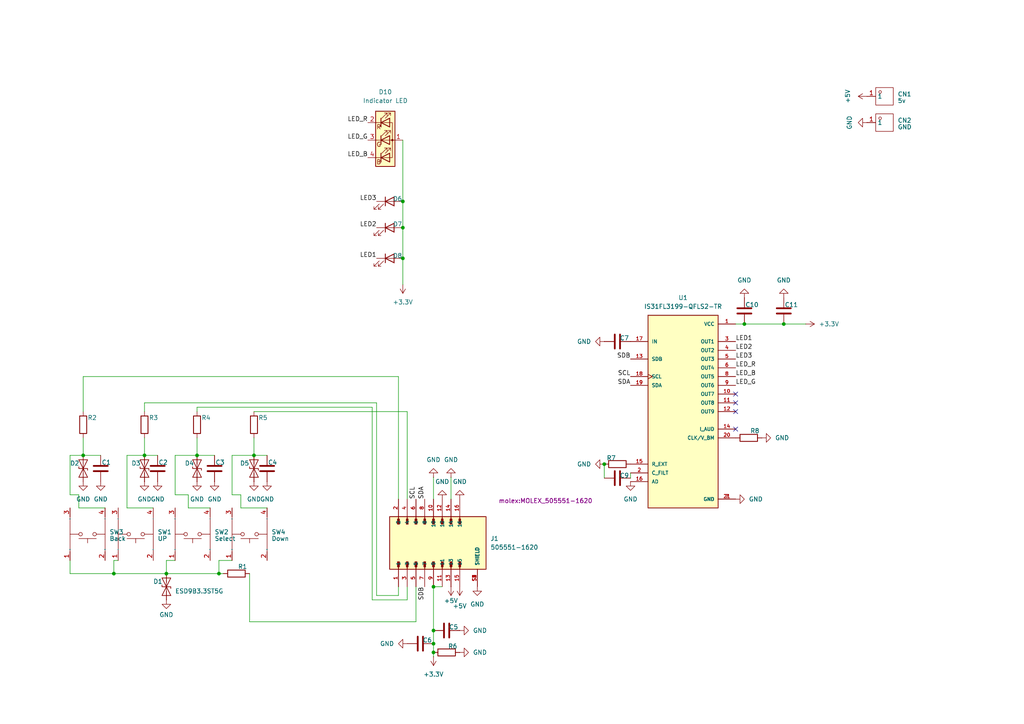
<source format=kicad_sch>
(kicad_sch (version 20231120) (generator "eeschema") (generator_version "8.0")
  (paper "A4")
  (lib_symbols
    (symbol "505551-1620:505551-1620" (pin_names (offset 1.016))
      (property "Reference" "J" (at -7.62 13.462 0))
      (property "Value" "505551-1620" (at -7.62 -17.78 0))
      (symbol "505551-1620_0_0"
        (rectangle (start -7.62 -15.24) (end 7.62 12.7) (stroke (width 0.254)) (fill (type background)))
        (rectangle (start -6.985 -7.9375) (end -5.3975 -7.3025) (stroke (width 0.1)) (fill (type outline)))
        (rectangle (start -6.985 -5.3975) (end -5.3975 -4.7625) (stroke (width 0.1)) (fill (type outline)))
        (rectangle (start -6.985 -2.8575) (end -5.3975 -2.2225) (stroke (width 0.1)) (fill (type outline)))
        (rectangle (start -6.985 -0.3175) (end -5.3975 0.3175) (stroke (width 0.1)) (fill (type outline)))
        (rectangle (start -6.985 2.2225) (end -5.3975 2.8575) (stroke (width 0.1)) (fill (type outline)))
        (rectangle (start -6.985 4.7625) (end -5.3975 5.3975) (stroke (width 0.1)) (fill (type outline)))
        (rectangle (start -6.985 7.3025) (end -5.3975 7.9375) (stroke (width 0.1)) (fill (type outline)))
        (rectangle (start -6.985 9.8425) (end -5.3975 10.4775) (stroke (width 0.1)) (fill (type outline)))
        (polyline (pts (xy -7.62 -7.62) (xy -5.715 -7.62)) (stroke (width 0.254)))
        (polyline (pts (xy -7.62 -5.08) (xy -5.715 -5.08)) (stroke (width 0.254)))
        (polyline (pts (xy -7.62 -2.54) (xy -5.715 -2.54)) (stroke (width 0.254)))
        (polyline (pts (xy -7.62 0) (xy -5.715 0)) (stroke (width 0.254)))
        (polyline (pts (xy -7.62 2.54) (xy -5.715 2.54)) (stroke (width 0.254)))
        (polyline (pts (xy -7.62 5.08) (xy -5.715 5.08)) (stroke (width 0.254)))
        (polyline (pts (xy -7.62 7.62) (xy -5.715 7.62)) (stroke (width 0.254)))
        (polyline (pts (xy -7.62 10.16) (xy -5.715 10.16)) (stroke (width 0.254)))
        (polyline (pts (xy 7.62 -7.62) (xy 5.715 -7.62)) (stroke (width 0.254)))
        (polyline (pts (xy 7.62 -5.08) (xy 5.715 -5.08)) (stroke (width 0.254)))
        (polyline (pts (xy 7.62 -2.54) (xy 5.715 -2.54)) (stroke (width 0.254)))
        (polyline (pts (xy 7.62 0) (xy 5.715 0)) (stroke (width 0.254)))
        (polyline (pts (xy 7.62 2.54) (xy 5.715 2.54)) (stroke (width 0.254)))
        (polyline (pts (xy 7.62 5.08) (xy 5.715 5.08)) (stroke (width 0.254)))
        (polyline (pts (xy 7.62 7.62) (xy 5.715 7.62)) (stroke (width 0.254)))
        (polyline (pts (xy 7.62 10.16) (xy 5.715 10.16)) (stroke (width 0.254)))
        (rectangle (start 5.3975 -7.9375) (end 6.985 -7.3025) (stroke (width 0.1)) (fill (type outline)))
        (rectangle (start 5.3975 -5.3975) (end 6.985 -4.7625) (stroke (width 0.1)) (fill (type outline)))
        (rectangle (start 5.3975 -2.8575) (end 6.985 -2.2225) (stroke (width 0.1)) (fill (type outline)))
        (rectangle (start 5.3975 -0.3175) (end 6.985 0.3175) (stroke (width 0.1)) (fill (type outline)))
        (rectangle (start 5.3975 2.2225) (end 6.985 2.8575) (stroke (width 0.1)) (fill (type outline)))
        (rectangle (start 5.3975 4.7625) (end 6.985 5.3975) (stroke (width 0.1)) (fill (type outline)))
        (rectangle (start 5.3975 7.3025) (end 6.985 7.9375) (stroke (width 0.1)) (fill (type outline)))
        (rectangle (start 5.3975 9.8425) (end 6.985 10.4775) (stroke (width 0.1)) (fill (type outline)))
        (pin passive line (at -12.7 10.16 0) (length 5.08) (name "1") (number "1"))
        (pin passive line (at 12.7 0 180) (length 5.08) (name "10") (number "10"))
        (pin passive line (at -12.7 -2.54 0) (length 5.08) (name "11") (number "11"))
        (pin passive line (at 12.7 -2.54 180) (length 5.08) (name "12") (number "12"))
        (pin passive line (at -12.7 -5.08 0) (length 5.08) (name "13") (number "13"))
        (pin passive line (at 12.7 -5.08 180) (length 5.08) (name "14") (number "14"))
        (pin passive line (at -12.7 -7.62 0) (length 5.08) (name "15") (number "15"))
        (pin passive line (at 12.7 -7.62 180) (length 5.08) (name "16") (number "16"))
        (pin passive line (at 12.7 10.16 180) (length 5.08) (name "2") (number "2"))
        (pin passive line (at -12.7 7.62 0) (length 5.08) (name "3") (number "3"))
        (pin passive line (at 12.7 7.62 180) (length 5.08) (name "4") (number "4"))
        (pin passive line (at -12.7 5.08 0) (length 5.08) (name "5") (number "5"))
        (pin passive line (at 12.7 5.08 180) (length 5.08) (name "6") (number "6"))
        (pin passive line (at -12.7 2.54 0) (length 5.08) (name "7") (number "7"))
        (pin passive line (at 12.7 2.54 180) (length 5.08) (name "8") (number "8"))
        (pin passive line (at -12.7 0 0) (length 5.08) (name "9") (number "9"))
        (pin passive line (at -12.7 -12.7 0) (length 5.08) (name "SHIELD") (number "S1"))
        (pin passive line (at -12.7 -12.7 0) (length 5.08) (name "SHIELD") (number "S2"))
        (pin passive line (at -12.7 -12.7 0) (length 5.08) (name "SHIELD") (number "S3"))
        (pin passive line (at -12.7 -12.7 0) (length 5.08) (name "SHIELD") (number "S4"))
      )
    )
    (symbol "Device:C" (pin_numbers hide) (pin_names (offset 0.254))
      (property "Reference" "C" (at 0.635 2.54 0))
      (property "Value" "C" (at 0.635 -2.54 0))
      (symbol "C_0_1"
        (polyline (pts (xy -2.032 -0.762) (xy 2.032 -0.762)) (stroke (width 0.508)))
        (polyline (pts (xy -2.032 0.762) (xy 2.032 0.762)) (stroke (width 0.508)))
      )
      (symbol "C_1_1"
        (pin passive line (at 0 3.81 270) (length 2.794) (name "~") (number "1"))
        (pin passive line (at 0 -3.81 90) (length 2.794) (name "~") (number "2"))
      )
    )
    (symbol "Device:LED" (pin_numbers hide) (pin_names (offset 1.016) hide)
      (property "Reference" "D" (at 0 2.54 0))
      (property "Value" "LED" (at 0 -2.54 0))
      (symbol "LED_0_1"
        (polyline (pts (xy -1.27 -1.27) (xy -1.27 1.27)) (stroke (width 0.254)))
        (polyline (pts (xy -1.27 0) (xy 1.27 0)))
        (polyline (pts (xy 1.27 -1.27) (xy 1.27 1.27) (xy -1.27 0) (xy 1.27 -1.27)) (stroke (width 0.254)))
        (polyline (pts (xy -3.048 -0.762) (xy -4.572 -2.286) (xy -3.81 -2.286) (xy -4.572 -2.286) (xy -4.572 -1.524)))
        (polyline (pts (xy -1.778 -0.762) (xy -3.302 -2.286) (xy -2.54 -2.286) (xy -3.302 -2.286) (xy -3.302 -1.524)))
      )
      (symbol "LED_1_1"
        (pin passive line (at -3.81 0 0) (length 2.54) (name "K") (number "1"))
        (pin passive line (at 3.81 0 180) (length 2.54) (name "A") (number "2"))
      )
    )
    (symbol "Device:R" (pin_numbers hide) (pin_names (offset 0))
      (property "Reference" "R" (at 2.032 0 90))
      (property "Value" "R" (at 0 0 90))
      (symbol "R_0_1"
        (rectangle (start -1.016 -2.54) (end 1.016 2.54) (stroke (width 0.254)))
      )
      (symbol "R_1_1"
        (pin passive line (at 0 3.81 270) (length 1.27) (name "~") (number "1"))
        (pin passive line (at 0 -3.81 90) (length 1.27) (name "~") (number "2"))
      )
    )
    (symbol "Diode:ESD9B3.3ST5G" (pin_numbers hide) (pin_names (offset 1.016) hide)
      (property "Reference" "D" (at 0 2.54 0))
      (property "Value" "ESD9B3.3ST5G" (at 0 -2.54 0))
      (symbol "ESD9B3.3ST5G_0_1"
        (polyline (pts (xy 1.27 0) (xy -1.27 0)))
        (polyline (pts (xy -2.54 -1.27) (xy 0 0) (xy -2.54 1.27) (xy -2.54 -1.27)) (stroke (width 0.2032)))
        (polyline (pts (xy 0.508 1.27) (xy 0 1.27) (xy 0 -1.27) (xy -0.508 -1.27)) (stroke (width 0.2032)))
        (polyline (pts (xy 2.54 1.27) (xy 2.54 -1.27) (xy 0 0) (xy 2.54 1.27)) (stroke (width 0.2032)))
      )
      (symbol "ESD9B3.3ST5G_1_1"
        (pin passive line (at -3.81 0 0) (length 2.54) (name "A1") (number "1"))
        (pin passive line (at 3.81 0 180) (length 2.54) (name "A2") (number "2"))
      )
    )
    (symbol "IS31FL3199-QFLS2-TR:IS31FL3199-QFLS2-TR" (pin_names (offset 1.016))
      (property "Reference" "U" (at -10.1739 28.7412 0))
      (property "Value" "IS31FL3199-QFLS2-TR" (at -10.1718 -30.5153 0))
      (symbol "IS31FL3199-QFLS2-TR_0_0"
        (rectangle (start -10.16 -27.94) (end 10.16 27.94) (stroke (width 0.254)) (fill (type background)))
        (pin power_in line (at 15.24 25.4 180) (length 5.08) (name "VCC") (number "1"))
        (pin output line (at 15.24 5.08 180) (length 5.08) (name "OUT7") (number "10"))
        (pin output line (at 15.24 2.54 180) (length 5.08) (name "OUT8") (number "11"))
        (pin output line (at 15.24 0 180) (length 5.08) (name "OUT9") (number "12"))
        (pin input line (at -15.24 15.24 0) (length 5.08) (name "SDB") (number "13"))
        (pin bidirectional line (at 15.24 -5.08 180) (length 5.08) (name "I_AUD") (number "14"))
        (pin passive line (at -15.24 -15.24 0) (length 5.08) (name "R_EXT") (number "15"))
        (pin passive line (at -15.24 -20.32 0) (length 5.08) (name "AD") (number "16"))
        (pin input line (at -15.24 20.32 0) (length 5.08) (name "IN") (number "17"))
        (pin input clock (at -15.24 10.16 0) (length 5.08) (name "SCL") (number "18"))
        (pin bidirectional line (at -15.24 7.62 0) (length 5.08) (name "SDA") (number "19"))
        (pin passive line (at -15.24 -17.78 0) (length 5.08) (name "C_FILT") (number "2"))
        (pin bidirectional line (at 15.24 -7.62 180) (length 5.08) (name "CLK/V_BM") (number "20"))
        (pin power_in line (at 15.24 -25.4 180) (length 5.08) (name "GND") (number "21"))
        (pin output line (at 15.24 20.32 180) (length 5.08) (name "OUT1") (number "3"))
        (pin output line (at 15.24 17.78 180) (length 5.08) (name "OUT2") (number "4"))
        (pin output line (at 15.24 15.24 180) (length 5.08) (name "OUT3") (number "5"))
        (pin output line (at 15.24 12.7 180) (length 5.08) (name "OUT4") (number "6"))
        (pin power_in line (at 15.24 -25.4 180) (length 5.08) (name "GND") (number "7"))
        (pin output line (at 15.24 10.16 180) (length 5.08) (name "OUT5") (number "8"))
        (pin output line (at 15.24 7.62 180) (length 5.08) (name "OUT6") (number "9"))
      )
    )
    (symbol "LED:CLV1L-FKB" (pin_names (offset 0) hide)
      (property "Reference" "D" (at 0 9.398 0))
      (property "Value" "CLV1L-FKB" (at 0 -8.89 0))
      (symbol "CLV1L-FKB_0_0"
        (text "B" (at -1.905 -6.35 0) (effects (font (size 1.27 1.27))))
        (text "G" (at -1.905 -1.27 0) (effects (font (size 1.27 1.27))))
        (text "R" (at -1.905 3.81 0) (effects (font (size 1.27 1.27))))
      )
      (symbol "CLV1L-FKB_0_1"
        (polyline (pts (xy -2.54 -5.08) (xy 1.27 -5.08)))
        (polyline (pts (xy -1.27 -3.81) (xy -1.27 -6.35)) (stroke (width 0.254)))
        (polyline (pts (xy -1.27 1.27) (xy -1.27 -1.27)) (stroke (width 0.254)))
        (polyline (pts (xy -1.27 6.35) (xy -1.27 3.81)) (stroke (width 0.254)))
        (polyline (pts (xy 1.27 5.08) (xy -2.54 5.08)))
        (polyline (pts (xy 2.54 0) (xy -2.54 0)))
        (polyline (pts (xy 1.27 -5.08) (xy 2.032 -5.08) (xy 2.032 5.08) (xy 1.27 5.08)))
        (polyline (pts (xy 1.27 -3.81) (xy 1.27 -6.35) (xy -1.27 -5.08) (xy 1.27 -3.81)) (stroke (width 0.254)))
        (polyline (pts (xy 1.27 1.27) (xy 1.27 -1.27) (xy -1.27 0) (xy 1.27 1.27)) (stroke (width 0.254)))
        (polyline (pts (xy 1.27 6.35) (xy 1.27 3.81) (xy -1.27 5.08) (xy 1.27 6.35)) (stroke (width 0.254)))
        (polyline (pts (xy -1.016 -3.81) (xy 0.508 -2.286) (xy -0.254 -2.286) (xy 0.508 -2.286) (xy 0.508 -3.048)))
        (polyline (pts (xy -1.016 1.27) (xy 0.508 2.794) (xy -0.254 2.794) (xy 0.508 2.794) (xy 0.508 2.032)))
        (polyline (pts (xy -1.016 6.35) (xy 0.508 7.874) (xy -0.254 7.874) (xy 0.508 7.874) (xy 0.508 7.112)))
        (polyline (pts (xy 0 -3.81) (xy 1.524 -2.286) (xy 0.762 -2.286) (xy 1.524 -2.286) (xy 1.524 -3.048)))
        (polyline (pts (xy 0 1.27) (xy 1.524 2.794) (xy 0.762 2.794) (xy 1.524 2.794) (xy 1.524 2.032)))
        (polyline (pts (xy 0 6.35) (xy 1.524 7.874) (xy 0.762 7.874) (xy 1.524 7.874) (xy 1.524 7.112)))
        (rectangle (start 1.27 6.35) (end 1.27 6.35))
        (circle (center 2.032 0) (radius 0.254) (fill (type outline)))
        (rectangle (start 2.794 8.382) (end -2.794 -7.62) (stroke (width 0.254)) (fill (type background)))
      )
      (symbol "CLV1L-FKB_1_1"
        (pin passive line (at 5.08 0 180) (length 2.54) (name "A") (number "1"))
        (pin passive line (at -5.08 5.08 0) (length 2.54) (name "RK") (number "2"))
        (pin passive line (at -5.08 0 0) (length 2.54) (name "GK") (number "3"))
        (pin passive line (at -5.08 -5.08 0) (length 2.54) (name "BK") (number "4"))
      )
    )
    (symbol "S7121-42R:S7121-42R"
      (property "Reference" "CN" (at 2.032 -0.254 0))
      (symbol "S7121-42R_1_0"
        (rectangle (start -1.27 -2.54) (end 3.81 2.54))
        (circle (center 0 1.27) (radius 0.381))
        (pin unspecified line (at -3.81 0 0) (length 2.54) (name "1") (number "1"))
      )
    )
    (symbol "SKSHAAE010:SKSHAAE010"
      (property "Reference" "SW" (at 2.286 0.254 0))
      (symbol "SKSHAAE010_1_0"
        (circle (center 0 -2.032) (radius 0.508))
        (polyline (pts (xy -1.27 -2.54) (xy -1.27 2.54)))
        (polyline (pts (xy -1.27 0) (xy -2.54 0)))
        (polyline (pts (xy 0 -5.08) (xy 0 -2.54)))
        (polyline (pts (xy 0 5.08) (xy 0 2.54)))
        (polyline (pts (xy 5.08 -5.08) (xy -5.08 -5.08)))
        (polyline (pts (xy 5.08 5.08) (xy -5.08 5.08)))
        (circle (center 0 2.032) (radius 0.508))
        (pin input line (at -7.62 5.08 0) (length 2.54) (name "1") (number "1"))
        (pin input line (at -7.62 -5.08 0) (length 2.54) (name "2") (number "2"))
        (pin input line (at 7.62 5.08 180) (length 2.54) (name "3") (number "3"))
        (pin input line (at 7.62 -5.08 180) (length 2.54) (name "4") (number "4"))
      )
    )
    (symbol "power:+3.3V" (power) (pin_numbers hide) (pin_names (offset 0) hide)
      (property "Value" "+3.3V" (at 0 3.556 0))
      (symbol "+3.3V_0_1"
        (polyline (pts (xy -0.762 1.27) (xy 0 2.54)))
        (polyline (pts (xy 0 0) (xy 0 2.54)))
        (polyline (pts (xy 0 2.54) (xy 0.762 1.27)))
      )
      (symbol "+3.3V_1_1"
        (pin power_in line (at 0 0 90) (length 0) (name "~") (number "1"))
      )
    )
    (symbol "power:+5V" (power) (pin_numbers hide) (pin_names (offset 0) hide)
      (property "Value" "+5V" (at 0 3.556 0))
      (symbol "+5V_0_1"
        (polyline (pts (xy -0.762 1.27) (xy 0 2.54)))
        (polyline (pts (xy 0 0) (xy 0 2.54)))
        (polyline (pts (xy 0 2.54) (xy 0.762 1.27)))
      )
      (symbol "+5V_1_1"
        (pin power_in line (at 0 0 90) (length 0) (name "~") (number "1"))
      )
    )
    (symbol "power:GND" (power) (pin_numbers hide) (pin_names (offset 0) hide)
      (property "Value" "GND" (at 0 -3.81 0))
      (symbol "GND_0_1"
        (polyline (pts (xy 0 0) (xy 0 -1.27) (xy 1.27 -1.27) (xy 0 -2.54) (xy -1.27 -1.27) (xy 0 -1.27)))
      )
      (symbol "GND_1_1"
        (pin power_in line (at 0 0 270) (length 0) (name "~") (number "1"))
      )
    )
  )
  (junction (at 125.73 189.23))
  (junction (at 116.84 74.93))
  (junction (at 41.91 132.08))
  (junction (at 116.84 58.42))
  (junction (at 63.5 166.37))
  (junction (at 48.26 166.37))
  (junction (at 33.02 166.37))
  (junction (at 125.73 170.18))
  (junction (at 227.33 93.98))
  (junction (at 175.26 134.62))
  (junction (at 125.73 182.88))
  (junction (at 125.73 186.69))
  (junction (at 215.9 93.98))
  (junction (at 73.66 132.08))
  (junction (at 24.13 132.08))
  (junction (at 116.84 66.04))
  (junction (at 57.15 132.08))
  (no_connect (at 213.36 114.3))
  (no_connect (at 213.36 124.46))
  (no_connect (at 213.36 116.84))
  (no_connect (at 213.36 119.38))
  (wire (pts (xy 118.11 119.38) (xy 118.11 144.78)))
  (wire (pts (xy 120.65 180.34) (xy 120.65 170.18)))
  (wire (pts (xy 73.66 132.08) (xy 77.47 132.08)))
  (wire (pts (xy 116.84 66.04) (xy 116.84 74.93)))
  (wire (pts (xy 33.02 166.37) (xy 48.26 166.37)))
  (wire (pts (xy 72.39 166.37) (xy 72.39 180.34)))
  (wire (pts (xy 125.73 170.18) (xy 128.27 170.18)))
  (wire (pts (xy 233.68 93.98) (xy 227.33 93.98)))
  (wire (pts (xy 67.31 143.51) (xy 67.31 132.08)))
  (wire (pts (xy 125.73 182.88) (xy 125.73 170.18)))
  (wire (pts (xy 24.13 132.08) (xy 29.21 132.08)))
  (wire (pts (xy 24.13 109.22) (xy 115.57 109.22)))
  (wire (pts (xy 73.66 127) (xy 73.66 132.08)))
  (wire (pts (xy 20.32 143.51) (xy 20.32 132.08)))
  (wire (pts (xy 227.33 93.98) (xy 215.9 93.98)))
  (wire (pts (xy 57.15 118.11) (xy 57.15 119.38)))
  (wire (pts (xy 33.02 166.37) (xy 33.02 162.56)))
  (wire (pts (xy 67.31 132.08) (xy 73.66 132.08)))
  (wire (pts (xy 50.8 143.51) (xy 50.8 132.08)))
  (wire (pts (xy 50.8 132.08) (xy 57.15 132.08)))
  (wire (pts (xy 36.83 132.08) (xy 36.83 147.32)))
  (wire (pts (xy 30.48 147.32) (xy 22.86 147.32)))
  (wire (pts (xy 41.91 132.08) (xy 45.72 132.08)))
  (wire (pts (xy 125.73 138.43) (xy 125.73 144.78)))
  (wire (pts (xy 20.32 132.08) (xy 24.13 132.08)))
  (wire (pts (xy 118.11 173.99) (xy 118.11 170.18)))
  (wire (pts (xy 125.73 190.5) (xy 125.73 189.23)))
  (wire (pts (xy 54.61 143.51) (xy 50.8 143.51)))
  (wire (pts (xy 63.5 166.37) (xy 64.77 166.37)))
  (wire (pts (xy 69.85 143.51) (xy 67.31 143.51)))
  (wire (pts (xy 57.15 127) (xy 57.15 132.08)))
  (wire (pts (xy 77.47 147.32) (xy 69.85 147.32)))
  (wire (pts (xy 107.95 173.99) (xy 118.11 173.99)))
  (wire (pts (xy 107.95 118.11) (xy 107.95 173.99)))
  (wire (pts (xy 116.84 58.42) (xy 116.84 66.04)))
  (wire (pts (xy 69.85 147.32) (xy 69.85 143.51)))
  (wire (pts (xy 116.84 40.64) (xy 116.84 58.42)))
  (wire (pts (xy 22.86 143.51) (xy 20.32 143.51)))
  (wire (pts (xy 115.57 109.22) (xy 115.57 144.78)))
  (wire (pts (xy 41.91 119.38) (xy 41.91 116.84)))
  (wire (pts (xy 36.83 132.08) (xy 41.91 132.08)))
  (wire (pts (xy 48.26 166.37) (xy 48.26 162.56)))
  (wire (pts (xy 60.96 147.32) (xy 54.61 147.32)))
  (wire (pts (xy 54.61 147.32) (xy 54.61 143.51)))
  (wire (pts (xy 116.84 74.93) (xy 116.84 82.55)))
  (wire (pts (xy 57.15 132.08) (xy 62.23 132.08)))
  (wire (pts (xy 109.22 172.72) (xy 115.57 172.72)))
  (wire (pts (xy 20.32 166.37) (xy 33.02 166.37)))
  (wire (pts (xy 48.26 166.37) (xy 63.5 166.37)))
  (wire (pts (xy 215.9 93.98) (xy 213.36 93.98)))
  (wire (pts (xy 125.73 186.69) (xy 125.73 182.88)))
  (wire (pts (xy 44.45 147.32) (xy 36.83 147.32)))
  (wire (pts (xy 63.5 162.56) (xy 67.31 162.56)))
  (wire (pts (xy 24.13 127) (xy 24.13 132.08)))
  (wire (pts (xy 41.91 116.84) (xy 109.22 116.84)))
  (wire (pts (xy 72.39 180.34) (xy 120.65 180.34)))
  (wire (pts (xy 20.32 162.56) (xy 20.32 166.37)))
  (wire (pts (xy 57.15 118.11) (xy 107.95 118.11)))
  (wire (pts (xy 175.26 134.62) (xy 175.26 138.684)))
  (wire (pts (xy 41.91 127) (xy 41.91 132.08)))
  (wire (pts (xy 24.13 119.38) (xy 24.13 109.22)))
  (wire (pts (xy 22.86 147.32) (xy 22.86 143.51)))
  (wire (pts (xy 33.02 162.56) (xy 34.29 162.56)))
  (wire (pts (xy 182.88 138.684) (xy 182.88 137.16)))
  (wire (pts (xy 73.66 119.38) (xy 118.11 119.38)))
  (wire (pts (xy 115.57 172.72) (xy 115.57 170.18)))
  (wire (pts (xy 109.22 116.84) (xy 109.22 172.72)))
  (wire (pts (xy 48.26 162.56) (xy 50.8 162.56)))
  (wire (pts (xy 130.81 138.43) (xy 130.81 144.78)))
  (wire (pts (xy 63.5 166.37) (xy 63.5 162.56)))
  (wire (pts (xy 125.73 189.23) (xy 125.73 186.69)))
  (label "LED3" (at 213.36 104.14 0))
  (label "SDB" (at 123.19 170.18 270))
  (label "LED2" (at 213.36 101.6 0))
  (label "LED1" (at 213.36 99.06 0))
  (label "LED_R" (at 213.36 106.68 0))
  (label "LED_B" (at 213.36 109.22 0))
  (label "SDB" (at 182.88 104.14 180))
  (label "SCL" (at 120.65 144.78 90))
  (label "SDA" (at 123.19 144.78 90))
  (label "SDA" (at 182.88 111.76 180))
  (label "LED3" (at 109.22 58.42 180))
  (label "SCL" (at 182.88 109.22 180))
  (label "LED2" (at 109.22 66.04 180))
  (label "LED_B" (at 106.68 45.72 180))
  (label "LED_R" (at 106.68 35.56 180))
  (label "LED_G" (at 213.36 111.76 0))
  (label "LED_G" (at 106.68 40.64 180))
  (label "LED1" (at 109.22 74.93 180))
  (symbol (lib_id "power:GND") (at 130.81 138.43 180) (unit 1)
    (property "Reference" "#PWR03" (effects (hide yes)))
    (property "Value" "GND" (at 130.81 133.35 0))
    (property "Description" "Power symbol creates a global label with name \"GND\" , ground" (effects (hide yes)))
  )
  (symbol (lib_id "Device:C") (at 45.72 135.89 0) (unit 1)
    (property "Reference" "C2" (at 45.974 134.112 0) (effects (justify left)))
    (property "Value" "C" (effects (hide yes)))
    (property "Footprint" "Capacitor_SMD:C_0201_0603Metric" (effects (hide yes)))
    (property "Description" "Unpolarized capacitor" (effects (hide yes)))
  )
  (symbol (lib_id "Device:C") (at 29.21 135.89 0) (unit 1)
    (property "Reference" "C1" (at 29.464 134.112 0) (effects (justify left)))
    (property "Value" "C" (effects (hide yes)))
    (property "Footprint" "Capacitor_SMD:C_0201_0603Metric" (effects (hide yes)))
    (property "Description" "Unpolarized capacitor" (effects (hide yes)))
  )
  (symbol (lib_id "Device:R") (at 24.13 123.19 0) (unit 1)
    (property "Reference" "R2" (at 25.4 121.158 0) (effects (justify left)))
    (property "Value" "R" (effects (hide yes)))
    (property "Footprint" "Resistor_SMD:R_0201_0603Metric" (effects (hide yes)))
    (property "Description" "Resistor" (effects (hide yes)))
  )
  (symbol (lib_id "505551-1620:505551-1620") (at 125.73 157.48 90) (unit 1)
    (property "Reference" "J1" (at 142.24 156.2099 90) (effects (justify right)))
    (property "Value" "505551-1620" (at 142.24 158.7499 90) (effects (justify right)))
    (property "Footprint" "molex:MOLEX_505551-1620" (at 158.242 144.526 90) (effects (justify bottom)))
    (property "MF" "Molex" (effects (hide yes)))
    (property "MAXIMUM_PACKAGE_HEIGHT" "0.78mm" (effects (hide yes)))
    (property "Package" "None" (effects (hide yes)))
    (property "Price" "None" (effects (hide yes)))
    (property "Check_prices" "https://www.snapeda.com/parts/5055511620/Molex/view-part/?ref=eda" (effects (hide yes)))
    (property "STANDARD" "Manufacturer Recommendations" (effects (hide yes)))
    (property "PARTREV" "B" (effects (hide yes)))
    (property "SnapEDA_Link" "https://www.snapeda.com/parts/5055511620/Molex/view-part/?ref=snap" (effects (hide yes)))
    (property "MP" "5055511620" (effects (hide yes)))
    (property "Purchase-URL" "https://www.snapeda.com/api/url_track_click_mouser/?unipart_id=5291801&manufacturer=Molex&part_name=5055511620&search_term=5055511620" (effects (hide yes)))
    (property "Description_1" "\n16 Position Connector Plug, Outer Shroud Contacts Surface Mount Gold\n" (effects (hide yes)))
    (property "MANUFACTURER" "Molex" (effects (hide yes)))
    (property "Availability" "In Stock" (effects (hide yes)))
    (property "SNAPEDA_PN" "505551-1620" (effects (hide yes)))
  )
  (symbol (lib_id "power:GND") (at 227.33 86.36 180) (unit 1)
    (property "Reference" "#PWR028" (effects (hide yes)))
    (property "Value" "GND" (at 227.33 81.28 0))
    (property "Description" "Power symbol creates a global label with name \"GND\" , ground" (effects (hide yes)))
  )
  (symbol (lib_id "Device:LED") (at 113.03 58.42 0) (unit 1)
    (property "Reference" "D6" (at 115.316 57.658 0))
    (property "Value" "LED" (effects (hide yes)))
    (property "Footprint" "LTW-020ZDCG:LTW-020ZDCG" (effects (hide yes)))
    (property "Description" "Light emitting diode" (effects (hide yes)))
  )
  (symbol (lib_id "power:GND") (at 125.73 138.43 180) (unit 1)
    (property "Reference" "#PWR01" (effects (hide yes)))
    (property "Value" "GND" (at 125.73 133.35 0))
    (property "Description" "Power symbol creates a global label with name \"GND\" , ground" (effects (hide yes)))
  )
  (symbol (lib_id "Device:R") (at 41.91 123.19 0) (unit 1)
    (property "Reference" "R3" (at 43.18 121.158 0) (effects (justify left)))
    (property "Value" "R" (effects (hide yes)))
    (property "Footprint" "Resistor_SMD:R_0201_0603Metric" (effects (hide yes)))
    (property "Description" "Resistor" (effects (hide yes)))
  )
  (symbol (lib_id "power:GND") (at 73.66 139.7 0) (unit 1)
    (property "Reference" "#PWR013" (effects (hide yes)))
    (property "Value" "GND" (at 73.66 144.78 0))
    (property "Description" "Power symbol creates a global label with name \"GND\" , ground" (effects (hide yes)))
  )
  (symbol (lib_id "power:GND") (at 133.35 144.78 180) (unit 1)
    (property "Reference" "#PWR04" (effects (hide yes)))
    (property "Value" "GND" (at 133.35 139.7 0))
    (property "Description" "Power symbol creates a global label with name \"GND\" , ground" (effects (hide yes)))
  )
  (symbol (lib_id "Diode:ESD9B3.3ST5G") (at 73.66 135.89 90) (unit 1)
    (property "Reference" "D5" (at 69.596 134.366 90) (effects (justify right)))
    (property "Value" "ESD9B3.3ST5G" (effects (hide yes)))
    (property "Footprint" "Diode_SMD:D_SOD-923" (effects (hide yes)))
    (property "Datasheet" "https://www.onsemi.com/pub/Collateral/ESD9B-D.PDF" (effects (hide yes)))
    (property "Description" "ESD protection diode, 3.3Vrwm, SOD-923" (effects (hide yes)))
  )
  (symbol (lib_id "Diode:ESD9B3.3ST5G") (at 57.15 135.89 90) (unit 1)
    (property "Reference" "D4" (at 53.594 134.366 90) (effects (justify right)))
    (property "Value" "ESD9B3.3ST5G" (effects (hide yes)))
    (property "Footprint" "Diode_SMD:D_SOD-923" (effects (hide yes)))
    (property "Datasheet" "https://www.onsemi.com/pub/Collateral/ESD9B-D.PDF" (effects (hide yes)))
    (property "Description" "ESD protection diode, 3.3Vrwm, SOD-923" (effects (hide yes)))
  )
  (symbol (lib_id "Device:C") (at 62.23 135.89 0) (unit 1)
    (property "Reference" "C3" (at 62.484 134.112 0) (effects (justify left)))
    (property "Value" "C" (effects (hide yes)))
    (property "Footprint" "Capacitor_SMD:C_0201_0603Metric" (effects (hide yes)))
    (property "Description" "Unpolarized capacitor" (effects (hide yes)))
  )
  (symbol (lib_id "power:GND") (at 175.26 99.06 270) (unit 1)
    (property "Reference" "#PWR029" (effects (hide yes)))
    (property "Value" "GND" (at 171.45 99.0599 90) (effects (justify right)))
    (property "Description" "Power symbol creates a global label with name \"GND\" , ground" (effects (hide yes)))
  )
  (symbol (lib_id "power:GND") (at 213.36 144.78 90) (unit 1)
    (property "Reference" "#PWR06" (effects (hide yes)))
    (property "Value" "GND" (at 217.17 144.7799 90) (effects (justify right)))
    (property "Description" "Power symbol creates a global label with name \"GND\" , ground" (effects (hide yes)))
  )
  (symbol (lib_id "S7121-42R:S7121-42R") (at 255.27 27.94 0) (unit 1)
    (property "Reference" "CN1" (at 260.35 27.3049 0) (effects (justify left)))
    (property "Value" "5v" (at 260.35 29.21 0) (effects (justify left)))
    (property "Footprint" "S7121-42R:SMD_L2.7-W1.5" (effects (hide yes)))
    (property "Manufacturer Part" "S7121-42R" (effects (hide yes)))
  )
  (symbol (lib_id "power:GND") (at 215.9 86.36 180) (unit 1)
    (property "Reference" "#PWR027" (effects (hide yes)))
    (property "Value" "GND" (at 215.9 81.28 0))
    (property "Description" "Power symbol creates a global label with name \"GND\" , ground" (effects (hide yes)))
  )
  (symbol (lib_id "power:GND") (at 182.88 139.7 0) (unit 1)
    (property "Reference" "#PWR025" (effects (hide yes)))
    (property "Value" "GND" (at 182.88 144.78 0))
    (property "Description" "Power symbol creates a global label with name \"GND\" , ground" (effects (hide yes)))
  )
  (symbol (lib_id "power:GND") (at 128.27 144.78 180) (unit 1)
    (property "Reference" "#PWR02" (effects (hide yes)))
    (property "Value" "GND" (at 128.27 139.7 0))
    (property "Description" "Power symbol creates a global label with name \"GND\" , ground" (effects (hide yes)))
  )
  (symbol (lib_id "power:GND") (at 29.21 139.7 0) (unit 1)
    (property "Reference" "#PWR014" (effects (hide yes)))
    (property "Value" "GND" (at 29.21 144.78 0))
    (property "Description" "Power symbol creates a global label with name \"GND\" , ground" (effects (hide yes)))
  )
  (symbol (lib_id "Device:R") (at 129.54 189.23 90) (unit 1)
    (property "Reference" "R6" (at 131.318 187.452 90))
    (property "Value" "R" (effects (hide yes)))
    (property "Footprint" "Resistor_SMD:R_0201_0603Metric" (effects (hide yes)))
    (property "Description" "Resistor" (effects (hide yes)))
  )
  (symbol (lib_id "Diode:ESD9B3.3ST5G") (at 48.26 170.18 90) (unit 1)
    (property "Reference" "D1" (at 44.45 168.656 90) (effects (justify right)))
    (property "Value" "ESD9B3.3ST5G" (at 50.8 171.4499 90) (effects (justify right)))
    (property "Footprint" "Diode_SMD:D_SOD-923" (effects (hide yes)))
    (property "Datasheet" "https://www.onsemi.com/pub/Collateral/ESD9B-D.PDF" (effects (hide yes)))
    (property "Description" "ESD protection diode, 3.3Vrwm, SOD-923" (effects (hide yes)))
  )
  (symbol (lib_id "power:GND") (at 133.35 182.88 90) (unit 1)
    (property "Reference" "#PWR020" (effects (hide yes)))
    (property "Value" "GND" (at 137.16 182.8799 90) (effects (justify right)))
    (property "Description" "Power symbol creates a global label with name \"GND\" , ground" (effects (hide yes)))
  )
  (symbol (lib_id "power:GND") (at 77.47 139.7 0) (unit 1)
    (property "Reference" "#PWR017" (effects (hide yes)))
    (property "Value" "GND" (at 77.47 144.78 0))
    (property "Description" "Power symbol creates a global label with name \"GND\" , ground" (effects (hide yes)))
  )
  (symbol (lib_id "Device:C") (at 129.54 182.88 90) (unit 1)
    (property "Reference" "C5" (at 131.572 181.864 90))
    (property "Value" "C" (effects (hide yes)))
    (property "Footprint" "Capacitor_SMD:C_0201_0603Metric" (effects (hide yes)))
    (property "Description" "Unpolarized capacitor" (effects (hide yes)))
  )
  (symbol (lib_id "power:GND") (at 251.46 35.56 270) (unit 1)
    (property "Reference" "#PWR031" (effects (hide yes)))
    (property "Value" "GND" (at 246.38 35.56 0))
    (property "Description" "Power symbol creates a global label with name \"GND\" , ground" (effects (hide yes)))
  )
  (symbol (lib_id "LED:CLV1L-FKB") (at 111.76 40.64 0) (unit 1)
    (property "Reference" "D10" (at 111.76 26.67 0))
    (property "Value" "Indicator LED" (at 111.76 29.21 0))
    (property "Footprint" "footprints:led_SML-LX0404SIUPGUSB" (effects (hide yes)))
    (property "Datasheet" "http://www.cree.com/led-components/media/documents/CLV1L-FKB-1238.pdf" (effects (hide yes)))
    (property "Description" "Cree PLCC4 3 in 1 SMD LED" (effects (hide yes)))
  )
  (symbol (lib_id "power:+5V") (at 251.46 27.94 90) (unit 1)
    (property "Reference" "#PWR030" (effects (hide yes)))
    (property "Value" "+5V" (at 245.872 27.94 0))
    (property "Description" "Power symbol creates a global label with name \"+5V\"" (effects (hide yes)))
  )
  (symbol (lib_id "Device:LED") (at 113.03 74.93 0) (unit 1)
    (property "Reference" "D8" (at 115.316 74.168 0))
    (property "Value" "LED" (effects (hide yes)))
    (property "Footprint" "LTW-020ZDCG:LTW-020ZDCG" (effects (hide yes)))
    (property "Description" "Light emitting diode" (effects (hide yes)))
  )
  (symbol (lib_id "Device:C") (at 179.07 99.06 90) (unit 1)
    (property "Reference" "C7" (at 181.102 98.044 90))
    (property "Value" "C" (effects (hide yes)))
    (property "Footprint" "Capacitor_SMD:C_0201_0603Metric" (effects (hide yes)))
    (property "Description" "Unpolarized capacitor" (effects (hide yes)))
  )
  (symbol (lib_id "Device:C") (at 179.07 138.684 270) (unit 1)
    (property "Reference" "C9" (at 181.102 137.922 90))
    (property "Value" "C" (effects (hide yes)))
    (property "Footprint" "Capacitor_SMD:C_0201_0603Metric" (effects (hide yes)))
    (property "Description" "Unpolarized capacitor" (effects (hide yes)))
  )
  (symbol (lib_id "Diode:ESD9B3.3ST5G") (at 24.13 135.89 90) (unit 1)
    (property "Reference" "D2" (at 20.32 134.366 90) (effects (justify right)))
    (property "Value" "ESD9B3.3ST5G" (effects (hide yes)))
    (property "Footprint" "Diode_SMD:D_SOD-923" (effects (hide yes)))
    (property "Datasheet" "https://www.onsemi.com/pub/Collateral/ESD9B-D.PDF" (effects (hide yes)))
    (property "Description" "ESD protection diode, 3.3Vrwm, SOD-923" (effects (hide yes)))
  )
  (symbol (lib_id "power:+3.3V") (at 233.68 93.98 270) (unit 1)
    (property "Reference" "#PWR019" (effects (hide yes)))
    (property "Value" "+3.3V" (at 237.49 93.9799 90) (effects (justify left)))
    (property "Description" "Power symbol creates a global label with name \"+3.3V\"" (effects (hide yes)))
  )
  (symbol (lib_id "power:GND") (at 138.43 170.18 0) (unit 1)
    (property "Reference" "#PWR05" (effects (hide yes)))
    (property "Value" "GND" (at 138.43 175.26 0))
    (property "Description" "Power symbol creates a global label with name \"GND\" , ground" (effects (hide yes)))
  )
  (symbol (lib_id "power:GND") (at 45.72 139.7 0) (unit 1)
    (property "Reference" "#PWR015" (effects (hide yes)))
    (property "Value" "GND" (at 45.72 144.78 0))
    (property "Description" "Power symbol creates a global label with name \"GND\" , ground" (effects (hide yes)))
  )
  (symbol (lib_id "Device:R") (at 57.15 123.19 0) (unit 1)
    (property "Reference" "R4" (at 58.42 121.158 0) (effects (justify left)))
    (property "Value" "R" (effects (hide yes)))
    (property "Footprint" "Resistor_SMD:R_0201_0603Metric" (effects (hide yes)))
    (property "Description" "Resistor" (effects (hide yes)))
  )
  (symbol (lib_id "power:+3.3V") (at 116.84 82.55 180) (unit 1)
    (property "Reference" "#PWR023" (effects (hide yes)))
    (property "Value" "+3.3V" (at 116.84 87.63 0))
    (property "Description" "Power symbol creates a global label with name \"+3.3V\"" (effects (hide yes)))
  )
  (symbol (lib_id "SKSHAAE010:SKSHAAE010") (at 72.39 154.94 90) (unit 1)
    (property "Reference" "SW4" (at 78.74 154.3049 90) (effects (justify right)))
    (property "Value" "Down" (at 78.74 156.21 90) (effects (justify right)))
    (property "Footprint" "SKSHAAE010:SW-SMD_SKSHAAE010" (effects (hide yes)))
    (property "Manufacturer Part" "SKSHAAE010" (effects (hide yes)))
  )
  (symbol (lib_id "Device:R") (at 73.66 123.19 0) (unit 1)
    (property "Reference" "R5" (at 74.93 121.158 0) (effects (justify left)))
    (property "Value" "R" (effects (hide yes)))
    (property "Footprint" "Resistor_SMD:R_0201_0603Metric" (effects (hide yes)))
    (property "Description" "Resistor" (effects (hide yes)))
  )
  (symbol (lib_id "power:+5V") (at 130.81 170.18 180) (unit 1)
    (property "Reference" "#PWR07" (effects (hide yes)))
    (property "Value" "+5V" (at 130.81 174.244 0))
    (property "Description" "Power symbol creates a global label with name \"+5V\"" (effects (hide yes)))
  )
  (symbol (lib_id "power:GND") (at 48.26 173.99 0) (unit 1)
    (property "Reference" "#PWR09" (effects (hide yes)))
    (property "Value" "GND" (at 48.26 178.308 0))
    (property "Description" "Power symbol creates a global label with name \"GND\" , ground" (effects (hide yes)))
  )
  (symbol (lib_id "Device:C") (at 215.9 90.17 180) (unit 1)
    (property "Reference" "C10" (at 216.154 88.392 0) (effects (justify right)))
    (property "Value" "C" (effects (hide yes)))
    (property "Footprint" "Capacitor_SMD:C_0201_0603Metric" (effects (hide yes)))
    (property "Description" "Unpolarized capacitor" (effects (hide yes)))
  )
  (symbol (lib_id "Diode:ESD9B3.3ST5G") (at 41.91 135.89 90) (unit 1)
    (property "Reference" "D3" (at 38.1 134.366 90) (effects (justify right)))
    (property "Value" "ESD9B3.3ST5G" (effects (hide yes)))
    (property "Footprint" "Diode_SMD:D_SOD-923" (effects (hide yes)))
    (property "Datasheet" "https://www.onsemi.com/pub/Collateral/ESD9B-D.PDF" (effects (hide yes)))
    (property "Description" "ESD protection diode, 3.3Vrwm, SOD-923" (effects (hide yes)))
  )
  (symbol (lib_id "power:GND") (at 118.11 186.69 270) (unit 1)
    (property "Reference" "#PWR021" (effects (hide yes)))
    (property "Value" "GND" (at 114.3 186.6899 90) (effects (justify right)))
    (property "Description" "Power symbol creates a global label with name \"GND\" , ground" (effects (hide yes)))
  )
  (symbol (lib_id "SKSHAAE010:SKSHAAE010") (at 55.88 154.94 90) (unit 1)
    (property "Reference" "SW2" (at 62.23 154.3049 90) (effects (justify right)))
    (property "Value" "Select" (at 62.23 156.21 90) (effects (justify right)))
    (property "Footprint" "SKSHAAE010:SW-SMD_SKSHAAE010" (effects (hide yes)))
    (property "Manufacturer Part" "SKSHAAE010" (effects (hide yes)))
  )
  (symbol (lib_id "IS31FL3199-QFLS2-TR:IS31FL3199-QFLS2-TR") (at 198.12 119.38 0) (unit 1)
    (property "Reference" "U1" (at 198.12 86.36 0))
    (property "Value" "IS31FL3199-QFLS2-TR" (at 198.12 88.9 0))
    (property "Footprint" "chip:QFN40P300X300X80-21N" (effects (hide yes)))
    (property "MF" "ISSI, Integrated" (effects (hide yes)))
    (property "Description_1" "\nLED Driver IC 9 Output Linear PWM Dimming 40mA 20-QFN (3x3)\n" (effects (hide yes)))
    (property "Package" "QFN-20 ISSI" (effects (hide yes)))
    (property "Price" "None" (effects (hide yes)))
    (property "Check_prices" "https://www.snapeda.com/parts/IS31FL3199-QFLS2-TR/ISSI%252C+Integrated+Silicon+Solution+Inc/view-part/?ref=eda" (effects (hide yes)))
    (property "STANDARD" "IPC 7351B" (effects (hide yes)))
    (property "PARTREV" "B" (effects (hide yes)))
    (property "SnapEDA_Link" "https://www.snapeda.com/parts/IS31FL3199-QFLS2-TR/ISSI%252C+Integrated+Silicon+Solution+Inc/view-part/?ref=snap" (effects (hide yes)))
    (property "MP" "IS31FL3199-QFLS2-TR" (effects (hide yes)))
    (property "Availability" "Not in stock" (effects (hide yes)))
    (property "MANUFACTURER" "ISSI" (effects (hide yes)))
  )
  (symbol (lib_id "power:GND") (at 133.35 189.23 90) (unit 1)
    (property "Reference" "#PWR022" (effects (hide yes)))
    (property "Value" "GND" (at 137.16 189.2299 90) (effects (justify right)))
    (property "Description" "Power symbol creates a global label with name \"GND\" , ground" (effects (hide yes)))
  )
  (symbol (lib_id "power:GND") (at 41.91 139.7 0) (unit 1)
    (property "Reference" "#PWR011" (effects (hide yes)))
    (property "Value" "GND" (at 41.91 144.78 0))
    (property "Description" "Power symbol creates a global label with name \"GND\" , ground" (effects (hide yes)))
  )
  (symbol (lib_id "SKSHAAE010:SKSHAAE010") (at 39.37 154.94 90) (unit 1)
    (property "Reference" "SW1" (at 45.72 154.3049 90) (effects (justify right)))
    (property "Value" "UP" (at 45.72 156.21 90) (effects (justify right)))
    (property "Footprint" "SKSHAAE010:SW-SMD_SKSHAAE010" (effects (hide yes)))
    (property "Manufacturer Part" "SKSHAAE010" (effects (hide yes)))
  )
  (symbol (lib_id "Device:C") (at 77.47 135.89 0) (unit 1)
    (property "Reference" "C4" (at 77.724 134.112 0) (effects (justify left)))
    (property "Value" "C" (effects (hide yes)))
    (property "Footprint" "Capacitor_SMD:C_0201_0603Metric" (effects (hide yes)))
    (property "Description" "Unpolarized capacitor" (effects (hide yes)))
  )
  (symbol (lib_id "Device:R") (at 179.07 134.62 90) (unit 1)
    (property "Reference" "R7" (at 177.292 132.842 90))
    (property "Value" "R" (effects (hide yes)))
    (property "Footprint" "Resistor_SMD:R_0201_0603Metric" (effects (hide yes)))
    (property "Description" "Resistor" (effects (hide yes)))
  )
  (symbol (lib_id "Device:R") (at 217.17 127 90) (unit 1)
    (property "Reference" "R8" (at 218.948 124.968 90))
    (property "Value" "R" (effects (hide yes)))
    (property "Footprint" "Resistor_SMD:R_0201_0603Metric" (effects (hide yes)))
    (property "Description" "Resistor" (effects (hide yes)))
  )
  (symbol (lib_id "power:GND") (at 62.23 139.7 0) (unit 1)
    (property "Reference" "#PWR016" (effects (hide yes)))
    (property "Value" "GND" (at 62.23 144.78 0))
    (property "Description" "Power symbol creates a global label with name \"GND\" , ground" (effects (hide yes)))
  )
  (symbol (lib_id "SKSHAAE010:SKSHAAE010") (at 25.4 154.94 90) (unit 1)
    (property "Reference" "SW3" (at 31.75 154.3049 90) (effects (justify right)))
    (property "Value" "Back" (at 31.75 156.21 90) (effects (justify right)))
    (property "Footprint" "SKSHAAE010:SW-SMD_SKSHAAE010" (effects (hide yes)))
    (property "Manufacturer Part" "SKSHAAE010" (effects (hide yes)))
  )
  (symbol (lib_id "power:GND") (at 220.98 127 90) (unit 1)
    (property "Reference" "#PWR026" (effects (hide yes)))
    (property "Value" "GND" (at 224.79 126.9999 90) (effects (justify right)))
    (property "Description" "Power symbol creates a global label with name \"GND\" , ground" (effects (hide yes)))
  )
  (symbol (lib_id "power:GND") (at 24.13 139.7 0) (unit 1)
    (property "Reference" "#PWR010" (effects (hide yes)))
    (property "Value" "GND" (at 24.13 144.78 0))
    (property "Description" "Power symbol creates a global label with name \"GND\" , ground" (effects (hide yes)))
  )
  (symbol (lib_id "power:+3.3V") (at 125.73 190.5 180) (unit 1)
    (property "Reference" "#PWR018" (effects (hide yes)))
    (property "Value" "+3.3V" (at 125.73 195.58 0))
    (property "Description" "Power symbol creates a global label with name \"+3.3V\"" (effects (hide yes)))
  )
  (symbol (lib_id "S7121-42R:S7121-42R") (at 255.27 35.56 0) (unit 1)
    (property "Reference" "CN2" (at 260.35 34.9249 0) (effects (justify left)))
    (property "Value" "GND" (at 260.35 36.83 0) (effects (justify left)))
    (property "Footprint" "S7121-42R:SMD_L2.7-W1.5" (effects (hide yes)))
    (property "Manufacturer Part" "S7121-42R" (effects (hide yes)))
  )
  (symbol (lib_id "Device:R") (at 68.58 166.37 90) (unit 1)
    (property "Reference" "R1" (at 70.358 164.338 90))
    (property "Value" "R" (effects (hide yes)))
    (property "Footprint" "Resistor_SMD:R_0201_0603Metric" (effects (hide yes)))
    (property "Description" "Resistor" (effects (hide yes)))
  )
  (symbol (lib_id "Device:LED") (at 113.03 66.04 0) (unit 1)
    (property "Reference" "D7" (at 115.316 65.024 0))
    (property "Value" "LED" (effects (hide yes)))
    (property "Footprint" "LTW-020ZDCG:LTW-020ZDCG" (effects (hide yes)))
    (property "Description" "Light emitting diode" (effects (hide yes)))
  )
  (symbol (lib_id "power:+5V") (at 133.35 170.18 180) (unit 1)
    (property "Reference" "#PWR08" (effects (hide yes)))
    (property "Value" "+5V" (at 133.35 175.768 0))
    (property "Description" "Power symbol creates a global label with name \"+5V\"" (effects (hide yes)))
  )
  (symbol (lib_id "power:GND") (at 175.26 134.62 270) (unit 1)
    (property "Reference" "#PWR024" (effects (hide yes)))
    (property "Value" "GND" (at 171.45 134.6199 90) (effects (justify right)))
    (property "Description" "Power symbol creates a global label with name \"GND\" , ground" (effects (hide yes)))
  )
  (symbol (lib_id "Device:C") (at 121.92 186.69 90) (unit 1)
    (property "Reference" "C6" (at 123.952 185.674 90))
    (property "Value" "C" (effects (hide yes)))
    (property "Footprint" "Capacitor_SMD:C_0201_0603Metric" (effects (hide yes)))
    (property "Description" "Unpolarized capacitor" (effects (hide yes)))
  )
  (symbol (lib_id "power:GND") (at 57.15 139.7 0) (unit 1)
    (property "Reference" "#PWR012" (effects (hide yes)))
    (property "Value" "GND" (at 57.15 144.78 0))
    (property "Description" "Power symbol creates a global label with name \"GND\" , ground" (effects (hide yes)))
  )
  (symbol (lib_id "Device:C") (at 227.33 90.17 180) (unit 1)
    (property "Reference" "C11" (at 227.584 88.392 0) (effects (justify right)))
    (property "Value" "C" (effects (hide yes)))
    (property "Footprint" "Capacitor_SMD:C_0201_0603Metric" (effects (hide yes)))
    (property "Description" "Unpolarized capacitor" (effects (hide yes)))
  )
)
</source>
